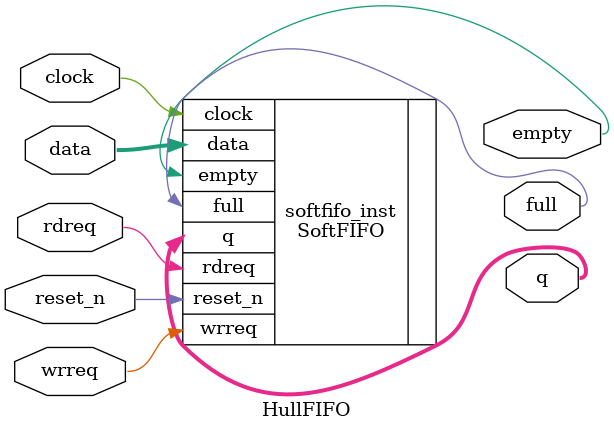
<source format=sv>
/*
Modified from https://github.com/JoshuaLandgraf/cascade

    Author: Ahmed Khawaja and Joshua Landgraf
    
    This module abstracts the different types of FIFOs that can be used in the system
    
    TypeNum  Type
    0        SoftFIFO (in pure verilog)
    1        Catapult Hardened FIFO
    2        F1 Shifting flop FIFO
	3        Xilinx Auto FIFO

*/

module HullFIFO #(parameter TYPE = 0, WIDTH = 32, LOG_DEPTH = 2)
(
    // General signals
    input  clock,
    input  reset_n,
    // Data in and write enable
    input             wrreq, //enq
    input[WIDTH-1:0]  data,// data in
    output            full,
    output[WIDTH-1:0] q, // data out
    output logic      empty,
    input             rdreq // deq
);


    SoftFIFO
    #(
        .WIDTH                  (WIDTH),
        .LOG_DEPTH              (LOG_DEPTH)
    )
    softfifo_inst
    (
        .clock                  (clock),
        .reset_n                (reset_n),
        .wrreq                  (wrreq),
        .data                   (data),
        .full                   (full),
        .q                      (q),
        .empty                  (empty),
        .rdreq                  (rdreq)
    );

endmodule

</source>
